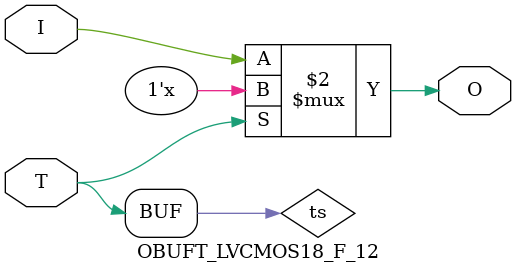
<source format=v>

/*

FUNCTION	: TRI-STATE OUTPUT BUFFER

*/

`celldefine
`timescale  100 ps / 10 ps

module OBUFT_LVCMOS18_F_12 (O, I, T);

    output O;

    input  I, T;

    or O1 (ts, 1'b0, T);
    bufif0 T1 (O, I, ts);

endmodule

</source>
